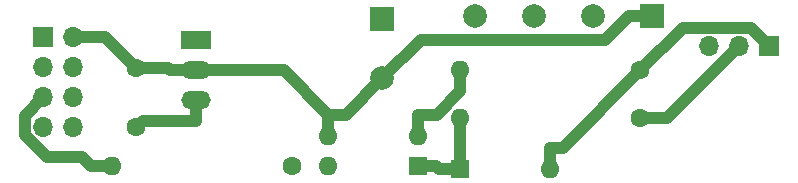
<source format=gbr>
%TF.GenerationSoftware,KiCad,Pcbnew,(5.1.10)-1*%
%TF.CreationDate,2021-06-06T12:15:37+02:00*%
%TF.ProjectId,smart-telefon,736d6172-742d-4746-956c-65666f6e2e6b,1.*%
%TF.SameCoordinates,Original*%
%TF.FileFunction,Copper,L2,Bot*%
%TF.FilePolarity,Positive*%
%FSLAX46Y46*%
G04 Gerber Fmt 4.6, Leading zero omitted, Abs format (unit mm)*
G04 Created by KiCad (PCBNEW (5.1.10)-1) date 2021-06-06 12:15:37*
%MOMM*%
%LPD*%
G01*
G04 APERTURE LIST*
%TA.AperFunction,ComponentPad*%
%ADD10O,1.700000X1.700000*%
%TD*%
%TA.AperFunction,ComponentPad*%
%ADD11R,1.700000X1.700000*%
%TD*%
%TA.AperFunction,ComponentPad*%
%ADD12R,2.000000X2.000000*%
%TD*%
%TA.AperFunction,ComponentPad*%
%ADD13C,2.000000*%
%TD*%
%TA.AperFunction,ComponentPad*%
%ADD14C,1.600000*%
%TD*%
%TA.AperFunction,ComponentPad*%
%ADD15R,1.600000X1.600000*%
%TD*%
%TA.AperFunction,ComponentPad*%
%ADD16O,1.600000X1.600000*%
%TD*%
%TA.AperFunction,ComponentPad*%
%ADD17R,2.500000X1.500000*%
%TD*%
%TA.AperFunction,ComponentPad*%
%ADD18O,2.500000X1.500000*%
%TD*%
%TA.AperFunction,Conductor*%
%ADD19C,1.000000*%
%TD*%
G04 APERTURE END LIST*
D10*
%TO.P,J1,3*%
%TO.N,/POWER*%
X142748000Y-67056000D03*
%TO.P,J1,2*%
%TO.N,/RING*%
X145288000Y-67056000D03*
D11*
%TO.P,J1,1*%
%TO.N,/GND2*%
X147828000Y-67056000D03*
%TD*%
D12*
%TO.P,C1,1*%
%TO.N,Net-(C1-Pad1)*%
X115062000Y-64770000D03*
D13*
%TO.P,C1,2*%
%TO.N,/GND*%
X115062000Y-69770000D03*
%TD*%
D14*
%TO.P,C2,1*%
%TO.N,/VCC*%
X94234000Y-73914000D03*
%TO.P,C2,2*%
%TO.N,/GND*%
X94234000Y-68914000D03*
%TD*%
D15*
%TO.P,D2,1*%
%TO.N,Net-(D2-Pad1)*%
X121666000Y-77470000D03*
D16*
%TO.P,D2,2*%
%TO.N,/GND2*%
X129286000Y-77470000D03*
%TD*%
D11*
%TO.P,J2,1*%
%TO.N,/TX*%
X86360000Y-66294000D03*
D10*
%TO.P,J2,2*%
%TO.N,/GND*%
X88900000Y-66294000D03*
%TO.P,J2,3*%
%TO.N,/CH_PD*%
X86360000Y-68834000D03*
%TO.P,J2,4*%
%TO.N,/GPIO2*%
X88900000Y-68834000D03*
%TO.P,J2,5*%
%TO.N,/RST*%
X86360000Y-71374000D03*
%TO.P,J2,6*%
%TO.N,/GPIO0*%
X88900000Y-71374000D03*
%TO.P,J2,7*%
%TO.N,/VCC*%
X86360000Y-73914000D03*
%TO.P,J2,8*%
%TO.N,/RX*%
X88900000Y-73914000D03*
%TD*%
D14*
%TO.P,R1,1*%
%TO.N,/RING*%
X136906000Y-73152000D03*
D16*
%TO.P,R1,2*%
%TO.N,Net-(D2-Pad1)*%
X121666000Y-73152000D03*
%TD*%
%TO.P,R2,2*%
%TO.N,Net-(R2-Pad2)*%
X121666000Y-69088000D03*
D14*
%TO.P,R2,1*%
%TO.N,/GND2*%
X136906000Y-69088000D03*
%TD*%
%TO.P,R3,1*%
%TO.N,Net-(R3-Pad1)*%
X107442000Y-77216000D03*
D16*
%TO.P,R3,2*%
%TO.N,/RST*%
X92202000Y-77216000D03*
%TD*%
D17*
%TO.P,U1,1*%
%TO.N,Net-(C1-Pad1)*%
X99314000Y-66548000D03*
D18*
%TO.P,U1,2*%
%TO.N,/GND*%
X99314000Y-69088000D03*
%TO.P,U1,3*%
%TO.N,/VCC*%
X99314000Y-71628000D03*
%TD*%
D15*
%TO.P,U2,1*%
%TO.N,Net-(D2-Pad1)*%
X118110000Y-77216000D03*
D16*
%TO.P,U2,3*%
%TO.N,/GND*%
X110490000Y-74676000D03*
%TO.P,U2,2*%
%TO.N,Net-(R2-Pad2)*%
X118110000Y-74676000D03*
%TO.P,U2,4*%
%TO.N,Net-(R3-Pad1)*%
X110490000Y-77216000D03*
%TD*%
D13*
%TO.P,D1,4*%
%TO.N,/POWER*%
X122922000Y-64516000D03*
%TO.P,D1,3*%
%TO.N,Net-(C1-Pad1)*%
X127922000Y-64516000D03*
%TO.P,D1,2*%
%TO.N,/GND2*%
X132922000Y-64516000D03*
D12*
%TO.P,D1,1*%
%TO.N,/GND*%
X137922000Y-64516000D03*
%TD*%
D19*
%TO.N,/VCC*%
X99314000Y-71628000D02*
X99314000Y-73378000D01*
X99314000Y-73378000D02*
X94770000Y-73378000D01*
X94770000Y-73378000D02*
X94234000Y-73914000D01*
%TO.N,Net-(D2-Pad1)*%
X121666000Y-73152000D02*
X121666000Y-77470000D01*
X121666000Y-77470000D02*
X119866000Y-77470000D01*
X118110000Y-77216000D02*
X119612000Y-77216000D01*
X119612000Y-77216000D02*
X119866000Y-77470000D01*
%TO.N,/RST*%
X92202000Y-77216000D02*
X90402000Y-77216000D01*
X90402000Y-77216000D02*
X89656100Y-76470100D01*
X89656100Y-76470100D02*
X86684600Y-76470100D01*
X86684600Y-76470100D02*
X84807600Y-74593100D01*
X84807600Y-74593100D02*
X84807600Y-72926400D01*
X84807600Y-72926400D02*
X86360000Y-71374000D01*
%TO.N,Net-(R2-Pad2)*%
X118110000Y-74676000D02*
X118110000Y-72876000D01*
X121666000Y-69088000D02*
X121666000Y-70888000D01*
X118110000Y-72876000D02*
X119678000Y-72876000D01*
X119678000Y-72876000D02*
X121666000Y-70888000D01*
%TO.N,/RING*%
X136906000Y-73152000D02*
X139192000Y-73152000D01*
X139192000Y-73152000D02*
X145288000Y-67056000D01*
%TO.N,/GND*%
X99314000Y-69088000D02*
X97064000Y-69088000D01*
X97064000Y-69088000D02*
X96890000Y-68914000D01*
X96890000Y-68914000D02*
X94234000Y-68914000D01*
X99314000Y-69088000D02*
X106702000Y-69088000D01*
X106702000Y-69088000D02*
X110490000Y-72876000D01*
X94234000Y-68914000D02*
X91614000Y-66294000D01*
X91614000Y-66294000D02*
X88900000Y-66294000D01*
X110490000Y-74676000D02*
X110490000Y-72876000D01*
X110490000Y-72876000D02*
X111956000Y-72876000D01*
X111956000Y-72876000D02*
X115062000Y-69770000D01*
X137922000Y-64516000D02*
X135922000Y-64516000D01*
X135922000Y-64516000D02*
X133922000Y-66516000D01*
X133922000Y-66516000D02*
X118316000Y-66516000D01*
X118316000Y-66516000D02*
X115062000Y-69770000D01*
%TO.N,/GND2*%
X136906000Y-69088000D02*
X140519900Y-65474100D01*
X140519900Y-65474100D02*
X146246100Y-65474100D01*
X146246100Y-65474100D02*
X147828000Y-67056000D01*
X129286000Y-75670000D02*
X130324000Y-75670000D01*
X130324000Y-75670000D02*
X136906000Y-69088000D01*
X129286000Y-77470000D02*
X129286000Y-75670000D01*
%TD*%
M02*

</source>
